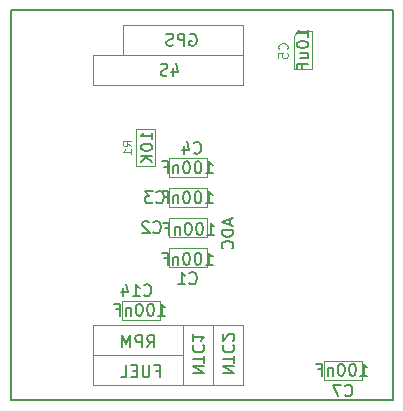
<source format=gbr>
G04 #@! TF.GenerationSoftware,KiCad,Pcbnew,(5.1.5)-3*
G04 #@! TF.CreationDate,2020-06-20T17:59:28+02:00*
G04 #@! TF.ProjectId,openXsensor,6f70656e-5873-4656-9e73-6f722e6b6963,rev?*
G04 #@! TF.SameCoordinates,Original*
G04 #@! TF.FileFunction,Other,Fab,Bot*
%FSLAX46Y46*%
G04 Gerber Fmt 4.6, Leading zero omitted, Abs format (unit mm)*
G04 Created by KiCad (PCBNEW (5.1.5)-3) date 2020-06-20 17:59:28*
%MOMM*%
%LPD*%
G04 APERTURE LIST*
%ADD10C,0.150000*%
%ADD11C,0.100000*%
%ADD12C,0.120000*%
%ADD13C,0.105000*%
G04 APERTURE END LIST*
D10*
X132715000Y-82550000D02*
X132715000Y-115570000D01*
X165100000Y-82550000D02*
X132715000Y-82550000D01*
X165100000Y-115570000D02*
X165100000Y-82550000D01*
X132715000Y-115570000D02*
X165100000Y-115570000D01*
D11*
X149325000Y-102705000D02*
X146125000Y-102705000D01*
X146125000Y-102705000D02*
X146125000Y-104305000D01*
X146125000Y-104305000D02*
X149325000Y-104305000D01*
X149325000Y-104305000D02*
X149325000Y-102705000D01*
X149325000Y-101765000D02*
X149325000Y-100165000D01*
X146125000Y-101765000D02*
X149325000Y-101765000D01*
X146125000Y-100165000D02*
X146125000Y-101765000D01*
X149325000Y-100165000D02*
X146125000Y-100165000D01*
X149325000Y-97625000D02*
X146125000Y-97625000D01*
X146125000Y-97625000D02*
X146125000Y-99225000D01*
X146125000Y-99225000D02*
X149325000Y-99225000D01*
X149325000Y-99225000D02*
X149325000Y-97625000D01*
X149325000Y-96685000D02*
X149325000Y-95085000D01*
X146125000Y-96685000D02*
X149325000Y-96685000D01*
X146125000Y-95085000D02*
X146125000Y-96685000D01*
X149325000Y-95085000D02*
X146125000Y-95085000D01*
X158280000Y-87492500D02*
X156680000Y-87492500D01*
X158280000Y-84292500D02*
X158280000Y-87492500D01*
X157080000Y-84292500D02*
X158280000Y-84292500D01*
X156680000Y-84692500D02*
X157080000Y-84292500D01*
X156680000Y-87492500D02*
X156680000Y-84692500D01*
X159285000Y-113830000D02*
X162485000Y-113830000D01*
X162485000Y-113830000D02*
X162485000Y-112230000D01*
X162485000Y-112230000D02*
X159285000Y-112230000D01*
X159285000Y-112230000D02*
X159285000Y-113830000D01*
X142188000Y-107150000D02*
X142188000Y-108750000D01*
X145388000Y-107150000D02*
X142188000Y-107150000D01*
X145388000Y-108750000D02*
X145388000Y-107150000D01*
X142188000Y-108750000D02*
X145388000Y-108750000D01*
X142240000Y-86360000D02*
X142240000Y-83820000D01*
X152400000Y-86360000D02*
X142240000Y-86360000D01*
X152400000Y-83820000D02*
X152400000Y-86360000D01*
X142240000Y-83820000D02*
X152400000Y-83820000D01*
X139700000Y-111760000D02*
X147320000Y-111760000D01*
X147320000Y-111760000D02*
X147320000Y-114300000D01*
X147320000Y-114300000D02*
X139700000Y-114300000D01*
X139700000Y-114300000D02*
X139700000Y-111760000D01*
X139700000Y-111760000D02*
X139700000Y-109220000D01*
X147320000Y-111760000D02*
X139700000Y-111760000D01*
X147320000Y-109220000D02*
X147320000Y-111760000D01*
X139700000Y-109220000D02*
X147320000Y-109220000D01*
X149860000Y-114300000D02*
X147320000Y-114300000D01*
X149860000Y-109220000D02*
X149860000Y-114300000D01*
X147320000Y-109220000D02*
X149860000Y-109220000D01*
X147320000Y-114300000D02*
X147320000Y-109220000D01*
X149860000Y-114300000D02*
X149860000Y-109220000D01*
X149860000Y-109220000D02*
X152400000Y-109220000D01*
X152400000Y-109220000D02*
X152400000Y-114300000D01*
X152400000Y-114300000D02*
X149860000Y-114300000D01*
X139700000Y-88900000D02*
X139700000Y-86360000D01*
X152400000Y-88900000D02*
X139700000Y-88900000D01*
X152400000Y-86360000D02*
X152400000Y-88900000D01*
X139700000Y-86360000D02*
X152400000Y-86360000D01*
X144945000Y-95760000D02*
X144945000Y-92560000D01*
X144945000Y-92560000D02*
X143345000Y-92560000D01*
X143345000Y-92560000D02*
X143345000Y-95760000D01*
X143345000Y-95760000D02*
X144945000Y-95760000D01*
D10*
X151296666Y-100234904D02*
X151296666Y-100711095D01*
X151582380Y-100139666D02*
X150582380Y-100473000D01*
X151582380Y-100806333D01*
X151582380Y-101139666D02*
X150582380Y-101139666D01*
X150582380Y-101377761D01*
X150630000Y-101520619D01*
X150725238Y-101615857D01*
X150820476Y-101663476D01*
X151010952Y-101711095D01*
X151153809Y-101711095D01*
X151344285Y-101663476D01*
X151439523Y-101615857D01*
X151534761Y-101520619D01*
X151582380Y-101377761D01*
X151582380Y-101139666D01*
X151487142Y-102711095D02*
X151534761Y-102663476D01*
X151582380Y-102520619D01*
X151582380Y-102425380D01*
X151534761Y-102282523D01*
X151439523Y-102187285D01*
X151344285Y-102139666D01*
X151153809Y-102092047D01*
X151010952Y-102092047D01*
X150820476Y-102139666D01*
X150725238Y-102187285D01*
X150630000Y-102282523D01*
X150582380Y-102425380D01*
X150582380Y-102520619D01*
X150630000Y-102663476D01*
X150677619Y-102711095D01*
X149248619Y-104084380D02*
X149820047Y-104084380D01*
X149534333Y-104084380D02*
X149534333Y-103084380D01*
X149629571Y-103227238D01*
X149724809Y-103322476D01*
X149820047Y-103370095D01*
X148629571Y-103084380D02*
X148534333Y-103084380D01*
X148439095Y-103132000D01*
X148391476Y-103179619D01*
X148343857Y-103274857D01*
X148296238Y-103465333D01*
X148296238Y-103703428D01*
X148343857Y-103893904D01*
X148391476Y-103989142D01*
X148439095Y-104036761D01*
X148534333Y-104084380D01*
X148629571Y-104084380D01*
X148724809Y-104036761D01*
X148772428Y-103989142D01*
X148820047Y-103893904D01*
X148867666Y-103703428D01*
X148867666Y-103465333D01*
X148820047Y-103274857D01*
X148772428Y-103179619D01*
X148724809Y-103132000D01*
X148629571Y-103084380D01*
X147677190Y-103084380D02*
X147581952Y-103084380D01*
X147486714Y-103132000D01*
X147439095Y-103179619D01*
X147391476Y-103274857D01*
X147343857Y-103465333D01*
X147343857Y-103703428D01*
X147391476Y-103893904D01*
X147439095Y-103989142D01*
X147486714Y-104036761D01*
X147581952Y-104084380D01*
X147677190Y-104084380D01*
X147772428Y-104036761D01*
X147820047Y-103989142D01*
X147867666Y-103893904D01*
X147915285Y-103703428D01*
X147915285Y-103465333D01*
X147867666Y-103274857D01*
X147820047Y-103179619D01*
X147772428Y-103132000D01*
X147677190Y-103084380D01*
X146915285Y-103417714D02*
X146915285Y-104084380D01*
X146915285Y-103512952D02*
X146867666Y-103465333D01*
X146772428Y-103417714D01*
X146629571Y-103417714D01*
X146534333Y-103465333D01*
X146486714Y-103560571D01*
X146486714Y-104084380D01*
X145677190Y-103560571D02*
X146010523Y-103560571D01*
X146010523Y-104084380D02*
X146010523Y-103084380D01*
X145534333Y-103084380D01*
X147867666Y-105640142D02*
X147915285Y-105687761D01*
X148058142Y-105735380D01*
X148153380Y-105735380D01*
X148296238Y-105687761D01*
X148391476Y-105592523D01*
X148439095Y-105497285D01*
X148486714Y-105306809D01*
X148486714Y-105163952D01*
X148439095Y-104973476D01*
X148391476Y-104878238D01*
X148296238Y-104783000D01*
X148153380Y-104735380D01*
X148058142Y-104735380D01*
X147915285Y-104783000D01*
X147867666Y-104830619D01*
X146915285Y-105735380D02*
X147486714Y-105735380D01*
X147201000Y-105735380D02*
X147201000Y-104735380D01*
X147296238Y-104878238D01*
X147391476Y-104973476D01*
X147486714Y-105021095D01*
X149375619Y-101544380D02*
X149947047Y-101544380D01*
X149661333Y-101544380D02*
X149661333Y-100544380D01*
X149756571Y-100687238D01*
X149851809Y-100782476D01*
X149947047Y-100830095D01*
X148756571Y-100544380D02*
X148661333Y-100544380D01*
X148566095Y-100592000D01*
X148518476Y-100639619D01*
X148470857Y-100734857D01*
X148423238Y-100925333D01*
X148423238Y-101163428D01*
X148470857Y-101353904D01*
X148518476Y-101449142D01*
X148566095Y-101496761D01*
X148661333Y-101544380D01*
X148756571Y-101544380D01*
X148851809Y-101496761D01*
X148899428Y-101449142D01*
X148947047Y-101353904D01*
X148994666Y-101163428D01*
X148994666Y-100925333D01*
X148947047Y-100734857D01*
X148899428Y-100639619D01*
X148851809Y-100592000D01*
X148756571Y-100544380D01*
X147804190Y-100544380D02*
X147708952Y-100544380D01*
X147613714Y-100592000D01*
X147566095Y-100639619D01*
X147518476Y-100734857D01*
X147470857Y-100925333D01*
X147470857Y-101163428D01*
X147518476Y-101353904D01*
X147566095Y-101449142D01*
X147613714Y-101496761D01*
X147708952Y-101544380D01*
X147804190Y-101544380D01*
X147899428Y-101496761D01*
X147947047Y-101449142D01*
X147994666Y-101353904D01*
X148042285Y-101163428D01*
X148042285Y-100925333D01*
X147994666Y-100734857D01*
X147947047Y-100639619D01*
X147899428Y-100592000D01*
X147804190Y-100544380D01*
X147042285Y-100877714D02*
X147042285Y-101544380D01*
X147042285Y-100972952D02*
X146994666Y-100925333D01*
X146899428Y-100877714D01*
X146756571Y-100877714D01*
X146661333Y-100925333D01*
X146613714Y-101020571D01*
X146613714Y-101544380D01*
X145804190Y-101020571D02*
X146137523Y-101020571D01*
X146137523Y-101544380D02*
X146137523Y-100544380D01*
X145661333Y-100544380D01*
X144819666Y-101322142D02*
X144867285Y-101369761D01*
X145010142Y-101417380D01*
X145105380Y-101417380D01*
X145248238Y-101369761D01*
X145343476Y-101274523D01*
X145391095Y-101179285D01*
X145438714Y-100988809D01*
X145438714Y-100845952D01*
X145391095Y-100655476D01*
X145343476Y-100560238D01*
X145248238Y-100465000D01*
X145105380Y-100417380D01*
X145010142Y-100417380D01*
X144867285Y-100465000D01*
X144819666Y-100512619D01*
X144438714Y-100512619D02*
X144391095Y-100465000D01*
X144295857Y-100417380D01*
X144057761Y-100417380D01*
X143962523Y-100465000D01*
X143914904Y-100512619D01*
X143867285Y-100607857D01*
X143867285Y-100703095D01*
X143914904Y-100845952D01*
X144486333Y-101417380D01*
X143867285Y-101417380D01*
X149248619Y-98877380D02*
X149820047Y-98877380D01*
X149534333Y-98877380D02*
X149534333Y-97877380D01*
X149629571Y-98020238D01*
X149724809Y-98115476D01*
X149820047Y-98163095D01*
X148629571Y-97877380D02*
X148534333Y-97877380D01*
X148439095Y-97925000D01*
X148391476Y-97972619D01*
X148343857Y-98067857D01*
X148296238Y-98258333D01*
X148296238Y-98496428D01*
X148343857Y-98686904D01*
X148391476Y-98782142D01*
X148439095Y-98829761D01*
X148534333Y-98877380D01*
X148629571Y-98877380D01*
X148724809Y-98829761D01*
X148772428Y-98782142D01*
X148820047Y-98686904D01*
X148867666Y-98496428D01*
X148867666Y-98258333D01*
X148820047Y-98067857D01*
X148772428Y-97972619D01*
X148724809Y-97925000D01*
X148629571Y-97877380D01*
X147677190Y-97877380D02*
X147581952Y-97877380D01*
X147486714Y-97925000D01*
X147439095Y-97972619D01*
X147391476Y-98067857D01*
X147343857Y-98258333D01*
X147343857Y-98496428D01*
X147391476Y-98686904D01*
X147439095Y-98782142D01*
X147486714Y-98829761D01*
X147581952Y-98877380D01*
X147677190Y-98877380D01*
X147772428Y-98829761D01*
X147820047Y-98782142D01*
X147867666Y-98686904D01*
X147915285Y-98496428D01*
X147915285Y-98258333D01*
X147867666Y-98067857D01*
X147820047Y-97972619D01*
X147772428Y-97925000D01*
X147677190Y-97877380D01*
X146915285Y-98210714D02*
X146915285Y-98877380D01*
X146915285Y-98305952D02*
X146867666Y-98258333D01*
X146772428Y-98210714D01*
X146629571Y-98210714D01*
X146534333Y-98258333D01*
X146486714Y-98353571D01*
X146486714Y-98877380D01*
X145677190Y-98353571D02*
X146010523Y-98353571D01*
X146010523Y-98877380D02*
X146010523Y-97877380D01*
X145534333Y-97877380D01*
X145073666Y-98782142D02*
X145121285Y-98829761D01*
X145264142Y-98877380D01*
X145359380Y-98877380D01*
X145502238Y-98829761D01*
X145597476Y-98734523D01*
X145645095Y-98639285D01*
X145692714Y-98448809D01*
X145692714Y-98305952D01*
X145645095Y-98115476D01*
X145597476Y-98020238D01*
X145502238Y-97925000D01*
X145359380Y-97877380D01*
X145264142Y-97877380D01*
X145121285Y-97925000D01*
X145073666Y-97972619D01*
X144740333Y-97877380D02*
X144121285Y-97877380D01*
X144454619Y-98258333D01*
X144311761Y-98258333D01*
X144216523Y-98305952D01*
X144168904Y-98353571D01*
X144121285Y-98448809D01*
X144121285Y-98686904D01*
X144168904Y-98782142D01*
X144216523Y-98829761D01*
X144311761Y-98877380D01*
X144597476Y-98877380D01*
X144692714Y-98829761D01*
X144740333Y-98782142D01*
X149248619Y-96337380D02*
X149820047Y-96337380D01*
X149534333Y-96337380D02*
X149534333Y-95337380D01*
X149629571Y-95480238D01*
X149724809Y-95575476D01*
X149820047Y-95623095D01*
X148629571Y-95337380D02*
X148534333Y-95337380D01*
X148439095Y-95385000D01*
X148391476Y-95432619D01*
X148343857Y-95527857D01*
X148296238Y-95718333D01*
X148296238Y-95956428D01*
X148343857Y-96146904D01*
X148391476Y-96242142D01*
X148439095Y-96289761D01*
X148534333Y-96337380D01*
X148629571Y-96337380D01*
X148724809Y-96289761D01*
X148772428Y-96242142D01*
X148820047Y-96146904D01*
X148867666Y-95956428D01*
X148867666Y-95718333D01*
X148820047Y-95527857D01*
X148772428Y-95432619D01*
X148724809Y-95385000D01*
X148629571Y-95337380D01*
X147677190Y-95337380D02*
X147581952Y-95337380D01*
X147486714Y-95385000D01*
X147439095Y-95432619D01*
X147391476Y-95527857D01*
X147343857Y-95718333D01*
X147343857Y-95956428D01*
X147391476Y-96146904D01*
X147439095Y-96242142D01*
X147486714Y-96289761D01*
X147581952Y-96337380D01*
X147677190Y-96337380D01*
X147772428Y-96289761D01*
X147820047Y-96242142D01*
X147867666Y-96146904D01*
X147915285Y-95956428D01*
X147915285Y-95718333D01*
X147867666Y-95527857D01*
X147820047Y-95432619D01*
X147772428Y-95385000D01*
X147677190Y-95337380D01*
X146915285Y-95670714D02*
X146915285Y-96337380D01*
X146915285Y-95765952D02*
X146867666Y-95718333D01*
X146772428Y-95670714D01*
X146629571Y-95670714D01*
X146534333Y-95718333D01*
X146486714Y-95813571D01*
X146486714Y-96337380D01*
X145677190Y-95813571D02*
X146010523Y-95813571D01*
X146010523Y-96337380D02*
X146010523Y-95337380D01*
X145534333Y-95337380D01*
X148248666Y-94591142D02*
X148296285Y-94638761D01*
X148439142Y-94686380D01*
X148534380Y-94686380D01*
X148677238Y-94638761D01*
X148772476Y-94543523D01*
X148820095Y-94448285D01*
X148867714Y-94257809D01*
X148867714Y-94114952D01*
X148820095Y-93924476D01*
X148772476Y-93829238D01*
X148677238Y-93734000D01*
X148534380Y-93686380D01*
X148439142Y-93686380D01*
X148296285Y-93734000D01*
X148248666Y-93781619D01*
X147391523Y-94019714D02*
X147391523Y-94686380D01*
X147629619Y-93638761D02*
X147867714Y-94353047D01*
X147248666Y-94353047D01*
X157932380Y-84780571D02*
X157932380Y-84209142D01*
X157932380Y-84494857D02*
X156932380Y-84494857D01*
X157075238Y-84399619D01*
X157170476Y-84304380D01*
X157218095Y-84209142D01*
X156932380Y-85399619D02*
X156932380Y-85494857D01*
X156980000Y-85590095D01*
X157027619Y-85637714D01*
X157122857Y-85685333D01*
X157313333Y-85732952D01*
X157551428Y-85732952D01*
X157741904Y-85685333D01*
X157837142Y-85637714D01*
X157884761Y-85590095D01*
X157932380Y-85494857D01*
X157932380Y-85399619D01*
X157884761Y-85304380D01*
X157837142Y-85256761D01*
X157741904Y-85209142D01*
X157551428Y-85161523D01*
X157313333Y-85161523D01*
X157122857Y-85209142D01*
X157027619Y-85256761D01*
X156980000Y-85304380D01*
X156932380Y-85399619D01*
X157265714Y-86590095D02*
X157932380Y-86590095D01*
X157265714Y-86161523D02*
X157789523Y-86161523D01*
X157884761Y-86209142D01*
X157932380Y-86304380D01*
X157932380Y-86447238D01*
X157884761Y-86542476D01*
X157837142Y-86590095D01*
X157408571Y-87399619D02*
X157408571Y-87066285D01*
X157932380Y-87066285D02*
X156932380Y-87066285D01*
X156932380Y-87542476D01*
D12*
X156114714Y-85845666D02*
X156152809Y-85807571D01*
X156190904Y-85693285D01*
X156190904Y-85617095D01*
X156152809Y-85502809D01*
X156076619Y-85426619D01*
X156000428Y-85388523D01*
X155848047Y-85350428D01*
X155733761Y-85350428D01*
X155581380Y-85388523D01*
X155505190Y-85426619D01*
X155429000Y-85502809D01*
X155390904Y-85617095D01*
X155390904Y-85693285D01*
X155429000Y-85807571D01*
X155467095Y-85845666D01*
X155390904Y-86569476D02*
X155390904Y-86188523D01*
X155771857Y-86150428D01*
X155733761Y-86188523D01*
X155695666Y-86264714D01*
X155695666Y-86455190D01*
X155733761Y-86531380D01*
X155771857Y-86569476D01*
X155848047Y-86607571D01*
X156038523Y-86607571D01*
X156114714Y-86569476D01*
X156152809Y-86531380D01*
X156190904Y-86455190D01*
X156190904Y-86264714D01*
X156152809Y-86188523D01*
X156114714Y-86150428D01*
D10*
X162329619Y-113482380D02*
X162901047Y-113482380D01*
X162615333Y-113482380D02*
X162615333Y-112482380D01*
X162710571Y-112625238D01*
X162805809Y-112720476D01*
X162901047Y-112768095D01*
X161710571Y-112482380D02*
X161615333Y-112482380D01*
X161520095Y-112530000D01*
X161472476Y-112577619D01*
X161424857Y-112672857D01*
X161377238Y-112863333D01*
X161377238Y-113101428D01*
X161424857Y-113291904D01*
X161472476Y-113387142D01*
X161520095Y-113434761D01*
X161615333Y-113482380D01*
X161710571Y-113482380D01*
X161805809Y-113434761D01*
X161853428Y-113387142D01*
X161901047Y-113291904D01*
X161948666Y-113101428D01*
X161948666Y-112863333D01*
X161901047Y-112672857D01*
X161853428Y-112577619D01*
X161805809Y-112530000D01*
X161710571Y-112482380D01*
X160758190Y-112482380D02*
X160662952Y-112482380D01*
X160567714Y-112530000D01*
X160520095Y-112577619D01*
X160472476Y-112672857D01*
X160424857Y-112863333D01*
X160424857Y-113101428D01*
X160472476Y-113291904D01*
X160520095Y-113387142D01*
X160567714Y-113434761D01*
X160662952Y-113482380D01*
X160758190Y-113482380D01*
X160853428Y-113434761D01*
X160901047Y-113387142D01*
X160948666Y-113291904D01*
X160996285Y-113101428D01*
X160996285Y-112863333D01*
X160948666Y-112672857D01*
X160901047Y-112577619D01*
X160853428Y-112530000D01*
X160758190Y-112482380D01*
X159996285Y-112815714D02*
X159996285Y-113482380D01*
X159996285Y-112910952D02*
X159948666Y-112863333D01*
X159853428Y-112815714D01*
X159710571Y-112815714D01*
X159615333Y-112863333D01*
X159567714Y-112958571D01*
X159567714Y-113482380D01*
X158758190Y-112958571D02*
X159091523Y-112958571D01*
X159091523Y-113482380D02*
X159091523Y-112482380D01*
X158615333Y-112482380D01*
X161051666Y-115137142D02*
X161099285Y-115184761D01*
X161242142Y-115232380D01*
X161337380Y-115232380D01*
X161480238Y-115184761D01*
X161575476Y-115089523D01*
X161623095Y-114994285D01*
X161670714Y-114803809D01*
X161670714Y-114660952D01*
X161623095Y-114470476D01*
X161575476Y-114375238D01*
X161480238Y-114280000D01*
X161337380Y-114232380D01*
X161242142Y-114232380D01*
X161099285Y-114280000D01*
X161051666Y-114327619D01*
X160718333Y-114232380D02*
X160051666Y-114232380D01*
X160480238Y-115232380D01*
X145232619Y-108402380D02*
X145804047Y-108402380D01*
X145518333Y-108402380D02*
X145518333Y-107402380D01*
X145613571Y-107545238D01*
X145708809Y-107640476D01*
X145804047Y-107688095D01*
X144613571Y-107402380D02*
X144518333Y-107402380D01*
X144423095Y-107450000D01*
X144375476Y-107497619D01*
X144327857Y-107592857D01*
X144280238Y-107783333D01*
X144280238Y-108021428D01*
X144327857Y-108211904D01*
X144375476Y-108307142D01*
X144423095Y-108354761D01*
X144518333Y-108402380D01*
X144613571Y-108402380D01*
X144708809Y-108354761D01*
X144756428Y-108307142D01*
X144804047Y-108211904D01*
X144851666Y-108021428D01*
X144851666Y-107783333D01*
X144804047Y-107592857D01*
X144756428Y-107497619D01*
X144708809Y-107450000D01*
X144613571Y-107402380D01*
X143661190Y-107402380D02*
X143565952Y-107402380D01*
X143470714Y-107450000D01*
X143423095Y-107497619D01*
X143375476Y-107592857D01*
X143327857Y-107783333D01*
X143327857Y-108021428D01*
X143375476Y-108211904D01*
X143423095Y-108307142D01*
X143470714Y-108354761D01*
X143565952Y-108402380D01*
X143661190Y-108402380D01*
X143756428Y-108354761D01*
X143804047Y-108307142D01*
X143851666Y-108211904D01*
X143899285Y-108021428D01*
X143899285Y-107783333D01*
X143851666Y-107592857D01*
X143804047Y-107497619D01*
X143756428Y-107450000D01*
X143661190Y-107402380D01*
X142899285Y-107735714D02*
X142899285Y-108402380D01*
X142899285Y-107830952D02*
X142851666Y-107783333D01*
X142756428Y-107735714D01*
X142613571Y-107735714D01*
X142518333Y-107783333D01*
X142470714Y-107878571D01*
X142470714Y-108402380D01*
X141661190Y-107878571D02*
X141994523Y-107878571D01*
X141994523Y-108402380D02*
X141994523Y-107402380D01*
X141518333Y-107402380D01*
X144025857Y-106656142D02*
X144073476Y-106703761D01*
X144216333Y-106751380D01*
X144311571Y-106751380D01*
X144454428Y-106703761D01*
X144549666Y-106608523D01*
X144597285Y-106513285D01*
X144644904Y-106322809D01*
X144644904Y-106179952D01*
X144597285Y-105989476D01*
X144549666Y-105894238D01*
X144454428Y-105799000D01*
X144311571Y-105751380D01*
X144216333Y-105751380D01*
X144073476Y-105799000D01*
X144025857Y-105846619D01*
X143073476Y-106751380D02*
X143644904Y-106751380D01*
X143359190Y-106751380D02*
X143359190Y-105751380D01*
X143454428Y-105894238D01*
X143549666Y-105989476D01*
X143644904Y-106037095D01*
X142216333Y-106084714D02*
X142216333Y-106751380D01*
X142454428Y-105703761D02*
X142692523Y-106418047D01*
X142073476Y-106418047D01*
X147907285Y-84590000D02*
X148002523Y-84542380D01*
X148145380Y-84542380D01*
X148288238Y-84590000D01*
X148383476Y-84685238D01*
X148431095Y-84780476D01*
X148478714Y-84970952D01*
X148478714Y-85113809D01*
X148431095Y-85304285D01*
X148383476Y-85399523D01*
X148288238Y-85494761D01*
X148145380Y-85542380D01*
X148050142Y-85542380D01*
X147907285Y-85494761D01*
X147859666Y-85447142D01*
X147859666Y-85113809D01*
X148050142Y-85113809D01*
X147431095Y-85542380D02*
X147431095Y-84542380D01*
X147050142Y-84542380D01*
X146954904Y-84590000D01*
X146907285Y-84637619D01*
X146859666Y-84732857D01*
X146859666Y-84875714D01*
X146907285Y-84970952D01*
X146954904Y-85018571D01*
X147050142Y-85066190D01*
X147431095Y-85066190D01*
X146478714Y-85494761D02*
X146335857Y-85542380D01*
X146097761Y-85542380D01*
X146002523Y-85494761D01*
X145954904Y-85447142D01*
X145907285Y-85351904D01*
X145907285Y-85256666D01*
X145954904Y-85161428D01*
X146002523Y-85113809D01*
X146097761Y-85066190D01*
X146288238Y-85018571D01*
X146383476Y-84970952D01*
X146431095Y-84923333D01*
X146478714Y-84828095D01*
X146478714Y-84732857D01*
X146431095Y-84637619D01*
X146383476Y-84590000D01*
X146288238Y-84542380D01*
X146050142Y-84542380D01*
X145907285Y-84590000D01*
X145002095Y-113085571D02*
X145335428Y-113085571D01*
X145335428Y-113609380D02*
X145335428Y-112609380D01*
X144859238Y-112609380D01*
X144478285Y-112609380D02*
X144478285Y-113418904D01*
X144430666Y-113514142D01*
X144383047Y-113561761D01*
X144287809Y-113609380D01*
X144097333Y-113609380D01*
X144002095Y-113561761D01*
X143954476Y-113514142D01*
X143906857Y-113418904D01*
X143906857Y-112609380D01*
X143430666Y-113085571D02*
X143097333Y-113085571D01*
X142954476Y-113609380D02*
X143430666Y-113609380D01*
X143430666Y-112609380D01*
X142954476Y-112609380D01*
X142049714Y-113609380D02*
X142525904Y-113609380D01*
X142525904Y-112609380D01*
X144271904Y-111069380D02*
X144605238Y-110593190D01*
X144843333Y-111069380D02*
X144843333Y-110069380D01*
X144462380Y-110069380D01*
X144367142Y-110117000D01*
X144319523Y-110164619D01*
X144271904Y-110259857D01*
X144271904Y-110402714D01*
X144319523Y-110497952D01*
X144367142Y-110545571D01*
X144462380Y-110593190D01*
X144843333Y-110593190D01*
X143843333Y-111069380D02*
X143843333Y-110069380D01*
X143462380Y-110069380D01*
X143367142Y-110117000D01*
X143319523Y-110164619D01*
X143271904Y-110259857D01*
X143271904Y-110402714D01*
X143319523Y-110497952D01*
X143367142Y-110545571D01*
X143462380Y-110593190D01*
X143843333Y-110593190D01*
X142843333Y-111069380D02*
X142843333Y-110069380D01*
X142510000Y-110783666D01*
X142176666Y-110069380D01*
X142176666Y-111069380D01*
X148137619Y-113275857D02*
X149137619Y-113275857D01*
X148137619Y-112704428D01*
X149137619Y-112704428D01*
X149137619Y-112371095D02*
X149137619Y-111799666D01*
X148137619Y-112085380D02*
X149137619Y-112085380D01*
X148232857Y-110894904D02*
X148185238Y-110942523D01*
X148137619Y-111085380D01*
X148137619Y-111180619D01*
X148185238Y-111323476D01*
X148280476Y-111418714D01*
X148375714Y-111466333D01*
X148566190Y-111513952D01*
X148709047Y-111513952D01*
X148899523Y-111466333D01*
X148994761Y-111418714D01*
X149090000Y-111323476D01*
X149137619Y-111180619D01*
X149137619Y-111085380D01*
X149090000Y-110942523D01*
X149042380Y-110894904D01*
X148137619Y-109942523D02*
X148137619Y-110513952D01*
X148137619Y-110228238D02*
X149137619Y-110228238D01*
X148994761Y-110323476D01*
X148899523Y-110418714D01*
X148851904Y-110513952D01*
X150677619Y-113275857D02*
X151677619Y-113275857D01*
X150677619Y-112704428D01*
X151677619Y-112704428D01*
X151677619Y-112371095D02*
X151677619Y-111799666D01*
X150677619Y-112085380D02*
X151677619Y-112085380D01*
X150772857Y-110894904D02*
X150725238Y-110942523D01*
X150677619Y-111085380D01*
X150677619Y-111180619D01*
X150725238Y-111323476D01*
X150820476Y-111418714D01*
X150915714Y-111466333D01*
X151106190Y-111513952D01*
X151249047Y-111513952D01*
X151439523Y-111466333D01*
X151534761Y-111418714D01*
X151630000Y-111323476D01*
X151677619Y-111180619D01*
X151677619Y-111085380D01*
X151630000Y-110942523D01*
X151582380Y-110894904D01*
X151582380Y-110513952D02*
X151630000Y-110466333D01*
X151677619Y-110371095D01*
X151677619Y-110133000D01*
X151630000Y-110037761D01*
X151582380Y-109990142D01*
X151487142Y-109942523D01*
X151391904Y-109942523D01*
X151249047Y-109990142D01*
X150677619Y-110561571D01*
X150677619Y-109942523D01*
X146462714Y-87415714D02*
X146462714Y-88082380D01*
X146700809Y-87034761D02*
X146938904Y-87749047D01*
X146319857Y-87749047D01*
X145986523Y-88034761D02*
X145843666Y-88082380D01*
X145605571Y-88082380D01*
X145510333Y-88034761D01*
X145462714Y-87987142D01*
X145415095Y-87891904D01*
X145415095Y-87796666D01*
X145462714Y-87701428D01*
X145510333Y-87653809D01*
X145605571Y-87606190D01*
X145796047Y-87558571D01*
X145891285Y-87510952D01*
X145938904Y-87463333D01*
X145986523Y-87368095D01*
X145986523Y-87272857D01*
X145938904Y-87177619D01*
X145891285Y-87130000D01*
X145796047Y-87082380D01*
X145557952Y-87082380D01*
X145415095Y-87130000D01*
X144724380Y-93469523D02*
X144724380Y-92898095D01*
X144724380Y-93183809D02*
X143724380Y-93183809D01*
X143867238Y-93088571D01*
X143962476Y-92993333D01*
X144010095Y-92898095D01*
X143724380Y-94088571D02*
X143724380Y-94183809D01*
X143772000Y-94279047D01*
X143819619Y-94326666D01*
X143914857Y-94374285D01*
X144105333Y-94421904D01*
X144343428Y-94421904D01*
X144533904Y-94374285D01*
X144629142Y-94326666D01*
X144676761Y-94279047D01*
X144724380Y-94183809D01*
X144724380Y-94088571D01*
X144676761Y-93993333D01*
X144629142Y-93945714D01*
X144533904Y-93898095D01*
X144343428Y-93850476D01*
X144105333Y-93850476D01*
X143914857Y-93898095D01*
X143819619Y-93945714D01*
X143772000Y-93993333D01*
X143724380Y-94088571D01*
X144724380Y-94850476D02*
X143724380Y-94850476D01*
X144724380Y-95421904D02*
X144152952Y-94993333D01*
X143724380Y-95421904D02*
X144295809Y-94850476D01*
D13*
X142937666Y-94043333D02*
X142604333Y-93810000D01*
X142937666Y-93643333D02*
X142237666Y-93643333D01*
X142237666Y-93910000D01*
X142271000Y-93976666D01*
X142304333Y-94010000D01*
X142371000Y-94043333D01*
X142471000Y-94043333D01*
X142537666Y-94010000D01*
X142571000Y-93976666D01*
X142604333Y-93910000D01*
X142604333Y-93643333D01*
X142937666Y-94710000D02*
X142937666Y-94310000D01*
X142937666Y-94510000D02*
X142237666Y-94510000D01*
X142337666Y-94443333D01*
X142404333Y-94376666D01*
X142437666Y-94310000D01*
M02*

</source>
